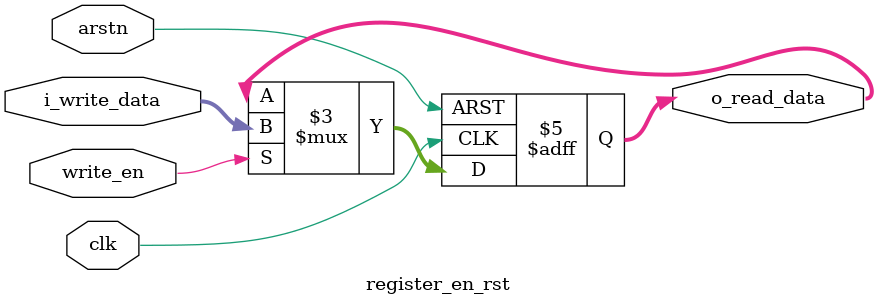
<source format=sv>
/* Copyright (c) 2024 Maveric NU. All rights reserved. */

// -------------------------------------------------------------
// This is a nonarchitectural register with write enable signal.
// -------------------------------------------------------------

module register_en_rst
// Parameters.
#(
    parameter DATA_WIDTH = 64
)
// Port decleration. 
(   
    // Common clock & enable signal.
    input  logic                      clk,
    input  logic                      write_en,
    input  logic                      arstn,

    //Input interface. 
    input  logic [ DATA_WIDTH - 1:0 ] i_write_data,
    
    // Output interface.
    output logic [ DATA_WIDTH - 1:0 ] o_read_data
);

    // Write logic.
    always_ff @( posedge clk, negedge arstn ) begin 
        if ( ~arstn ) o_read_data <= 64'b0;
        else if ( write_en ) begin
            o_read_data <= i_write_data;
        end
    end
    
endmodule
</source>
